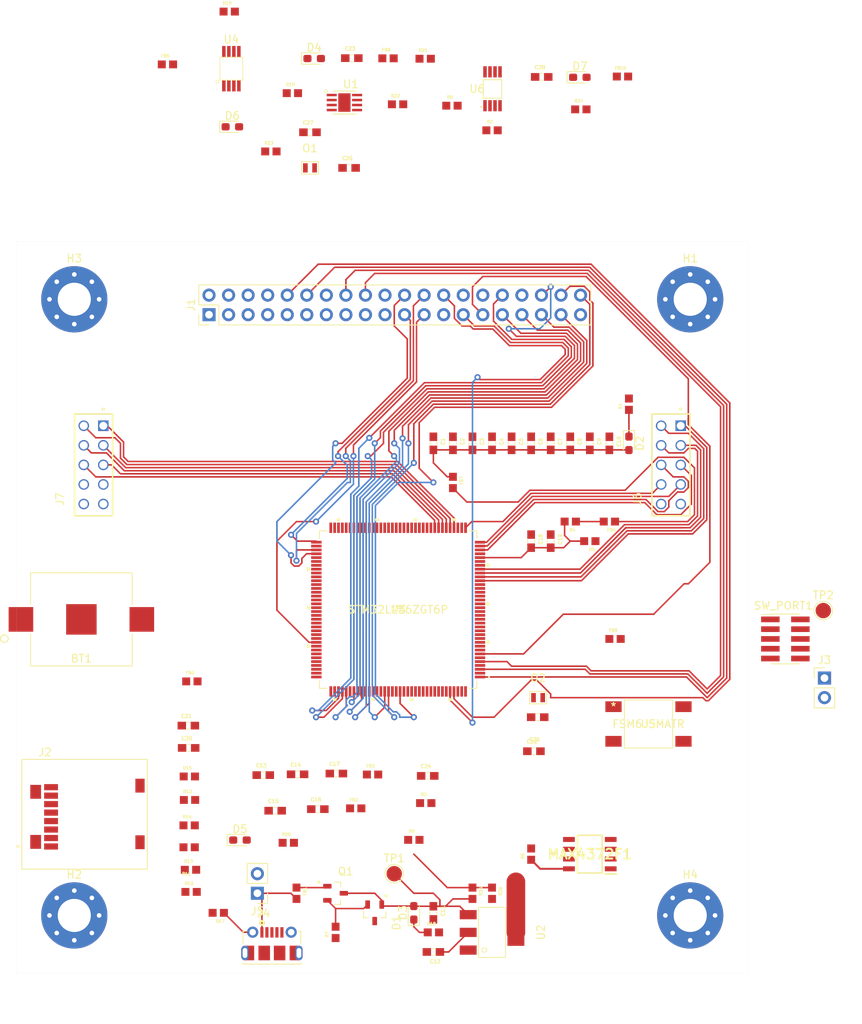
<source format=kicad_pcb>
(kicad_pcb (version 20211014) (generator pcbnew)
  (layers (0 "F.Cu" signal) (1 "In1.Cu" power) (2 "In2.Cu" power) (31 "B.Cu" signal) (34 "B.Paste" user) (35 "F.Paste" user) (36 "B.SilkS" user "B.Silkscreen") (37 "F.SilkS" user "F.Silkscreen") (38 "B.Mask" user) (39 "F.Mask" user) (44 "Edge.Cuts" user))
  (net 0 "")
  (net 1 "GND")
  (net 2 "+3.3VA")
  (net 3 "Net-(D2-Pad1)")
  (net 6 "BOOT0")
  (net 7 "BOOT1")
  (net 8 "SPI1_MISO")
  (net 9 "SPI1_MOSI")
  (net 10 "SWDIO")
  (net 11 "SWCLK")
  (net 12 "SWO")
  (net 15 "NRST")
  (net 16 "+5V")
  (net 17 "Net-(C12-Pad1)")
  (net 18 "VDDUSB")
  (net 19 "VDDIO2")
  (net 20 "Net-(C18-Pad2)")
  (net 21 "GNDA")
  (net 22 "Net-(D1-Pad2)")
  (net 23 "Net-(FB1-Pad1)")
  (net 24 "5V_Input")
  (net 25 "Net-(FB4-Pad2)")
  (net 26 "PM_Input")
  (net 86 "Net-(BT1-Pad1)")
  (net 87 "Net-(J2-Pad8)")
  (net 88 "Net-(J2-Pad7)")
  (net 89 "Net-(J2-Pad1)")
  (net 90 "Net-(C20-Pad1)")
  (net 91 "SPI2_CLK")
  (net 92 "SPI2_MOSI")
  (net 93 "SPI2_NSS")
  (net 97 "Net-(J4-PadS1)")
  (net 98 "SPI2_MISO")
  (net 99 "Net-(C1-Pad2)")
  (net 100 "Net-(C23-Pad2)")
  (net 101 "Net-(D3-Pad1)")
  (net 102 "Net-(D4-Pad1)")
  (net 103 "Net-(D5-Pad1)")
  (net 104 "Net-(D6-Pad2)")
  (net 105 "Net-(D6-Pad1)")
  (net 106 "Net-(R10-Pad2)")
  (net 107 "SPI1_SCK")
  (net 108 "SP1_NSS")
  (net 109 "Net-(C24-Pad1)")
  (net 110 "Net-(C25-Pad1)")
  (net 111 "Net-(C26-Pad1)")
  (net 112 "Net-(C27-Pad1)")
  (net 113 "Net-(FB9-Pad1)")
  (net 114 "ADC123_IN1")
  (net 115 "ADC123_IN2")
  (net 116 "ADC123_IN3")
  (net 117 "ADC123_IN4")
  (net 118 "ADC12_IN5")
  (net 119 "ADC12_IN6")
  (net 120 "ADC12_IN7")
  (net 121 "ADC12_IN8")
  (net 122 "ADC12_IN9")
  (net 123 "ADC12_IN10")
  (net 124 "ADC12_IN11")
  (net 125 "ADC12_IN12")
  (net 126 "ADC12_IN13")
  (net 127 "ADC12_IN14")
  (net 128 "ADC12_IN15")
  (net 129 "ADC12_IN16")
  (net 130 "ADC3_IN6")
  (net 131 "I2C1_SCL")
  (net 132 "I2C1_SDA")
  (net 133 "GPIO15")
  (net 134 "GPIO1")
  (net 135 "GPIO16")
  (net 136 "GPIO17")
  (net 137 "GPIO2")
  (net 138 "GPIO18")
  (net 139 "GPIO3")
  (net 140 "GPIO4")
  (net 141 "GPIO19")
  (net 142 "GPIO5")
  (net 143 "GPIO20")
  (net 144 "GPIO6")
  (net 145 "GPIO7")
  (net 146 "GPIO21")
  (net 147 "GPIO8")
  (net 148 "GPIO22")
  (net 149 "GPIO9")
  (net 150 "GPIO10")
  (net 151 "GPIO11")
  (net 152 "SPI3_MOSI")
  (net 153 "GPIO12")
  (net 154 "GPIO13")
  (net 155 "SPI3_MISO")
  (net 156 "GPIO14")
  (net 157 "SPI3_NSS")
  (net 158 "SPI3_SCK")
  (net 159 "Net-(C28-Pad1)")
  (net 160 "Net-(D7-Pad1)")
  (net 161 "ADC3_IN8")
  (net 162 "ADC3_IN7")
  (net 163 "GPIOEXTI1")
  (net 164 "SPI2_SCK")
  (footprint "MountingHole:MountingHole_4.3mm_M4_Pad_Via" (layer "F.Cu") (at 137.5 57.5)
    (fp_text reference "H1")
    (fp_text value "MountingHole_Pad")
  )
  (footprint "MountingHole:MountingHole_4.3mm_M4_Pad_Via" (layer "F.Cu") (at 57.5 137.5)
    (fp_text reference "H2")
    (fp_text value "MountingHole_Pad")
  )
  (footprint "MountingHole:MountingHole_4.3mm_M4_Pad_Via" (layer "F.Cu") (at 57.5 57.5)
    (fp_text reference "H3")
    (fp_text value "MountingHole_Pad")
  )
  (footprint "MountingHole:MountingHole_4.3mm_M4_Pad_Via" (layer "F.Cu") (at 137.5 137.5)
    (fp_text reference "H4")
    (fp_text value "MountingHole_Pad")
  )
  (footprint "STM32_Breakout:CM9V-T1A" (layer "F.Cu") (at 117.7448 109.22)
    (fp_text reference "O2")
    (fp_text value "CM9V-T1A")
  )
  (footprint "STM32_Breakout:36-3000-ND" (layer "F.Cu") (at 58.42 99.06)
    (fp_text reference "BT1")
    (fp_text value "Battery_Cell")
  )
  (footprint "CAPC1608X90" (layer "F.Cu") (at 104.14 76.2 -90)
    (fp_text reference "C1")
    (fp_text value "4.7u")
  )
  (footprint "CAPC1608X90" (layer "F.Cu") (at 106.68 76.2 -90)
    (fp_text reference "C2")
    (fp_text value "100n")
  )
  (footprint "CAPC1608X90" (layer "F.Cu") (at 109.22 76.2 -90)
    (fp_text reference "C3")
    (fp_text value "100n")
  )
  (footprint "CAPC1608X90" (layer "F.Cu") (at 111.76 76.2 -90)
    (fp_text reference "C4")
    (fp_text value "100n")
  )
  (footprint "CAPC1608X90" (layer "F.Cu") (at 114.3 76.2 -90)
    (fp_text reference "C5")
    (fp_text value "100n")
  )
  (footprint "CAPC1608X90" (layer "F.Cu") (at 116.84 76.2 -90)
    (fp_text reference "C6")
    (fp_text value "100n")
  )
  (footprint "CAPC1608X90" (layer "F.Cu") (at 119.38 76.2 -90)
    (fp_text reference "C7")
    (fp_text value "100n")
  )
  (footprint "CAPC1608X90" (layer "F.Cu") (at 121.92 76.2 -90)
    (fp_text reference "C8")
    (fp_text value "100n")
  )
  (footprint "CAPC1608X90" (layer "F.Cu") (at 124.46 76.2 -90)
    (fp_text reference "C9")
    (fp_text value "100n")
  )
  (footprint "CAPC1608X90" (layer "F.Cu") (at 127 76.2 -90)
    (fp_text reference "C10")
    (fp_text value "100n")
  )
  (footprint "STM32_Breakout:CAPC1608X90" (layer "F.Cu") (at 104.14 137.16 -90)
    (fp_text reference "C11")
    (fp_text value "10uF")
  )
  (footprint "STM32_Breakout:CAPC1608X90" (layer "F.Cu") (at 104.14 142.24 180)
    (fp_text reference "C12")
    (fp_text value "22uF")
  )
  (footprint "CAPC1608X90" (layer "F.Cu") (at 82.042 119.2784)
    (fp_text reference "C13")
    (fp_text value "4.7u")
  )
  (footprint "CAPC1608X90" (layer "F.Cu") (at 86.5006 119.1768)
    (fp_text reference "C14")
    (fp_text value "100n")
  )
  (footprint "CAPC1608X90" (layer "F.Cu") (at 83.5914 123.9012)
    (fp_text reference "C15")
    (fp_text value "4.7u")
  )
  (footprint "CAPC1608X90" (layer "F.Cu") (at 89.1286 123.698)
    (fp_text reference "C16")
    (fp_text value "100n")
  )
  (footprint "CAPC1608X90" (layer "F.Cu") (at 91.5416 119.0752)
    (fp_text reference "C17")
    (fp_text value "100n")
  )
  (footprint "CAPC1608X90" (layer "F.Cu") (at 116.84 88.9 -90)
    (fp_text reference "C18")
    (fp_text value "1u")
  )
  (footprint "CAPC1608X90" (layer "F.Cu") (at 119.38 88.9 -90)
    (fp_text reference "C19")
    (fp_text value "100n")
  )
  (footprint "STM32_Breakout:CAPC1608X90" (layer "F.Cu") (at 72.3528 115.7478)
    (fp_text reference "C20")
    (fp_text value "10uF")
  )
  (footprint "STM32_Breakout:CAPC1608X90" (layer "F.Cu") (at 72.3138 112.8522)
    (fp_text reference "C21")
    (fp_text value "0.1uF")
  )
  (footprint "CAPC1608X90" (layer "F.Cu") (at 117.1956 116.1796)
    (fp_text reference "C22")
    (fp_text value "100n")
  )
  (footprint "CAPC1608X90" (layer "F.Cu") (at 93.5482 26.1874)
    (fp_text reference "C23")
    (fp_text value "100n")
  )
  (footprint "STM32_Breakout:CAPC1608X90" (layer "F.Cu") (at 103.4034 119.38)
    (fp_text reference "C24")
    (fp_text value "4.74pF")
  )
  (footprint "STM32_Breakout:CAPC1608X90" (layer "F.Cu") (at 117.69 111.76)
    (fp_text reference "C25")
    (fp_text value "4.74pF")
  )
  (footprint "STM32_Breakout:CAPC1608X90" (layer "F.Cu") (at 93.1926 40.4368)
    (fp_text reference "C26")
    (fp_text value "18pF")
  )
  (footprint "STM32_Breakout:CAPC1608X90" (layer "F.Cu") (at 88.1126 35.814)
    (fp_text reference "C27")
    (fp_text value "18pF")
  )
  (footprint "STM32_Breakout:CAPC1608X90" (layer "F.Cu") (at 118.2116 28.6258)
    (fp_text reference "C28")
    (fp_text value "1uF")
  )
  (footprint "STM32_Breakout:SOT91P240X110-3N" (layer "F.Cu") (at 96.52 137.16 -90)
    (fp_text reference "D1")
    (fp_text value "10V")
  )
  (footprint "LED_SMD:LED_0603_1608Metric_Pad1.05x0.95mm_HandSolder" (layer "F.Cu") (at 129.54 76.2 -90)
    (fp_text reference "D2")
    (fp_text value "RED")
  )
  (footprint "LED_SMD:LED_0603_1608Metric_Pad1.05x0.95mm_HandSolder" (layer "F.Cu") (at 101.6 137.16 90)
    (fp_text reference "D3")
    (fp_text value "RED")
  )
  (footprint "LED_SMD:LED_0603_1608Metric_Pad1.05x0.95mm_HandSolder" (layer "F.Cu") (at 88.66 26.2382)
    (fp_text reference "D4")
    (fp_text value "RED")
  )
  (footprint "LED_SMD:LED_0603_1608Metric_Pad1.05x0.95mm_HandSolder" (layer "F.Cu") (at 79.0194 127.7112)
    (fp_text reference "D5")
    (fp_text value "RED")
  )
  (footprint "LED_SMD:LED_0603_1608Metric_Pad1.05x0.95mm_HandSolder" (layer "F.Cu") (at 78.0288 35.1028)
    (fp_text reference "D6")
    (fp_text value "RED")
  )
  (footprint "LED_SMD:LED_0603_1608Metric_Pad1.05x0.95mm_HandSolder" (layer "F.Cu") (at 123.1646 28.6766)
    (fp_text reference "D7")
    (fp_text value "RED")
  )
  (footprint "STM32_Breakout:INDUC1607X60N" (layer "F.Cu") (at 86.36 134.62 -90)
    (fp_text reference "FB1")
    (fp_text value "100R @ 100 MHz")
  )
  (footprint "STM32_Breakout:INDUC1607X60N" (layer "F.Cu") (at 94.0546 123.5964)
    (fp_text reference "FB2")
    (fp_text value "100R @ 100 MHz")
  )
  (footprint "STM32_Breakout:INDUC1607X60N" (layer "F.Cu") (at 96.2422 119.2022)
    (fp_text reference "FB3")
    (fp_text value "100R @ 100 MHz")
  )
  (footprint "STM32_Breakout:INDUC1607X60N" (layer "F.Cu") (at 127 86.36 180)
    (fp_text reference "FB4")
    (fp_text value "100R @ 100 MHz")
  )
  (footprint "STM32_Breakout:INDUC1607X60N" (layer "F.Cu") (at 69.5976 27.0002)
    (fp_text reference "FB5")
    (fp_text value "100R @ 100 MHz")
  )
  (footprint "STM32_Breakout:INDUC1607X60N" (layer "F.Cu") (at 72.771 107.1118)
    (fp_text reference "FB6")
    (fp_text value "100R @ 100 MHz")
  )
  (footprint "STM32_Breakout:INDUC1607X60N" (layer "F.Cu") (at 106.68 81.28 -90)
    (fp_text reference "FB7")
    (fp_text value "100R @ 100 MHz")
  )
  (footprint "STM32_Breakout:INDUC1607X60N" (layer "F.Cu") (at 98.2472 26.2128)
    (fp_text reference "FB8")
    (fp_text value "100R @ 100 MHz")
  )
  (footprint "STM32_Breakout:INDUC1607X60N" (layer "F.Cu") (at 127.735 101.6)
    (fp_text reference "FB9")
    (fp_text value "100R @ 100 MHz")
  )
  (footprint "STM32_Breakout:INDUC1607X60N" (layer "F.Cu") (at 128.7018 28.575)
    (fp_text reference "FB10")
    (fp_text value "100R @ 100 MHz")
  )
  (footprint "Connector_PinHeader_2.54mm:PinHeader_2x20_P2.54mm_Vertical" (layer "F.Cu") (at 75 59.5 90)
    (fp_text reference "J1")
    (fp_text value "Conn_02x20_Odd_Even")
  )
  (footprint "STM32_Breakout:JAE_ST1W008S4ER1500" (layer "F.Cu") (at 58.483 124.6974)
    (fp_text reference "J2")
    (fp_text value "ST1W008S4ER1500-MicroSDConnector")
  )
  (footprint "Connector_PinHeader_2.54mm:PinHeader_1x02_P2.54mm_Vertical" (layer "F.Cu") (at 154.94 106.68)
    (fp_text reference "J3")
    (fp_text value "1050171001")
  )
  (footprint "STM32_Breakout:MOLEX_105017-1001" (layer "F.Cu") (at 83.17 142.375)
    (fp_text reference "J4")
    (fp_text value "105017-1001")
  )
  (footprint "Connector_PinHeader_2.54mm:PinHeader_1x02_P2.54mm_Vertical" (layer "F.Cu") (at 81.28 134.62 180)
    (fp_text reference "J5")
    (fp_text value "1050171001")
  )
  (footprint "STM32_Breakout:SAMTEC_SSQ-105-03-T-D" (layer "F.Cu") (at 135 79 90)
    (fp_text reference "J6")
    (fp_text value "SSQ-105-03-T-D")
  )
  (footprint "STM32_Breakout:SAMTEC_SSQ-105-03-T-D" (layer "F.Cu") (at 60 79 90)
    (fp_text reference "J7")
    (fp_text value "SSQ-105-03-T-D")
  )
  (footprint "STM32_Breakout:SOIC127P600X175-8N" (layer "F.Cu") (at 124.46 129.54 180)
    (fp_text reference "MAX4372F1")
    (fp_text value "MAX4372FESA+" hide)
  )
  (footprint "STM32_Breakout:CM9V-T1A" (layer "F.Cu") (at 88.1126 40.4368)
    (fp_text reference "O1")
    (fp_text value "CM9V-T1A")
  )
  (footprint "STM32_Breakout:SOT91P240X110-3N" (layer "F.Cu") (at 91.44 134.62)
    (fp_text reference "Q1")
    (fp_text value "Q_PMOS_DGS")
  )
  (footprint "RESC1607X60N" (layer "F.Cu") (at 129.54 71.12 90)
    (fp_text reference "R1")
    (fp_text value "2k2")
  )
  (footprint "RESC1607X60N" (layer "F.Cu") (at 111.76 35.56)
    (fp_text reference "R2")
    (fp_text value "10k")
  )
  (footprint "RESC1607X60N" (layer "F.Cu") (at 103.1494 122.9106)
    (fp_text reference "R3")
    (fp_text value "10k +-1%")
  )
  (footprint "RESC1607X60N" (layer "F.Cu") (at 121.92 86.36 180)
    (fp_text reference "R4")
    (fp_text value "10k +-1%")
  )
  (footprint "RESC1607X60N" (layer "F.Cu") (at 124.46 88.9 180)
    (fp_text reference "R5")
    (fp_text value "32.5k +-1%")
  )
  (footprint "RESC1607X60N" (layer "F.Cu") (at 116.84 129.54 90)
    (fp_text reference "R6")
    (fp_text value "20m")
  )
  (footprint "STM32_Breakout:RESC1607X60N" (layer "F.Cu") (at 91.44 139.7 90)
    (fp_text reference "R7")
    (fp_text value "10k")
  )
  (footprint "RESC1607X60N" (layer "F.Cu") (at 106.553 32.3596)
    (fp_text reference "R8")
    (fp_text value "10k")
  )
  (footprint "RESC1607X60N" (layer "F.Cu") (at 101.6 127.6858)
    (fp_text reference "R9")
    (fp_text value "10k +-1%")
  )
  (footprint "RESC1607X60N" (layer "F.Cu") (at 77.6224 20.1422)
    (fp_text reference "R10")
    (fp_text value "10k")
  )
  (footprint "RESC1607X60N" (layer "F.Cu") (at 72.417 128.651)
    (fp_text reference "R11")
    (fp_text value "47k")
  )
  (footprint "RESC1607X60N" (layer "F.Cu") (at 72.4662 122.5042)
    (fp_text reference "R12")
    (fp_text value "47k")
  )
  (footprint "RESC1607X60N" (layer "F.Cu") (at 72.5932 131.572)
    (fp_text reference "R13")
    (fp_text value "47k")
  )
  (footprint "RESC1607X60N" (layer "F.Cu") (at 72.4154 125.8062)
    (fp_text reference "R14")
    (fp_text value "33")
  )
  (footprint "RESC1607X60N" (layer "F.Cu") (at 72.4408 119.4562)
    (fp_text reference "R15")
    (fp_text value "47k")
  )
  (footprint "RESC1607X60N" (layer "F.Cu") (at 72.6694 134.4422)
    (fp_text reference "R16")
    (fp_text value "47k")
  )
  (footprint "RESC1607X60N" (layer "F.Cu") (at 76.2 137.16 180)
    (fp_text reference "R17")
    (fp_text value "0R")
  )
  (footprint "RESC1607X60N" (layer "F.Cu") (at 104.14 139.7)
    (fp_text reference "R18")
    (fp_text value "2k2")
  )
  (footprint "RESC1607X60N" (layer "F.Cu") (at 85.8266 30.734)
    (fp_text reference "R19")
    (fp_text value "2k2")
  )
  (footprint "RESC1607X60N" (layer "F.Cu") (at 85.2932 128.0668)
    (fp_text reference "R20")
    (fp_text value "2k2")
  )
  (footprint "RESC1607X60N" (layer "F.Cu") (at 103.0748 26.2636)
    (fp_text reference "R21")
    (fp_text value "10k")
  )
  (footprint "RESC1607X60N" (layer "F.Cu") (at 99.4918 32.1818)
    (fp_text reference "R22")
    (fp_text value "10k")
  )
  (footprint "RESC1607X60N" (layer "F.Cu") (at 83.0326 38.3032)
    (fp_text reference "R23")
    (fp_text value "2k2")
  )
  (footprint "RESC1607X60N" (layer "F.Cu") (at 123.2932 32.8422)
    (fp_text reference "R24")
    (fp_text value "2k2")
  )
  (footprint "RESC1607X60N" (layer "F.Cu") (at 109.22 134.62 -90)
    (fp_text reference "R25")
    (fp_text value "20k")
  )
  (footprint "STM32_Breakout:RESC1607X60N" (layer "F.Cu") (at 111.76 134.62 -90)
    (fp_text reference "R26")
    (fp_text value "10k")
  )
  (footprint "Connector_PinHeader_1.27mm:PinHeader_2x05_P1.27mm_Vertical_SMD" (layer "F.Cu") (at 149.86 101.6)
    (fp_text reference "SW_PORT1")
    (fp_text value "Conn_02x05_Odd_Even")
  )
  (footprint "TestPoint:TestPoint_Pad_D2.0mm" (layer "F.Cu") (at 99.06 132.08)
    (fp_text reference "TP1")
    (fp_text value "TestPoint")
  )
  (footprint "TestPoint:TestPoint_Pad_D2.0mm" (layer "F.Cu") (at 154.7876 97.917)
    (fp_text reference "TP2")
    (fp_text value "TestPoint")
  )
  (footprint "STM32_Breakout:SON65P300X300X95-8N" (layer "F.Cu") (at 92.583 31.9532)
    (fp_text reference "U1")
    (fp_text value "MR25H10MDF")
  )
  (footprint "STM32_Breakout:BU33SA5WGWZ-E2" (layer "F.Cu") (at 111.76 139.7 -90)
    (fp_text reference "U2")
    (fp_text value "BU33SA5WGWZ-E2-qsat-symb")
  )
  (footprint "LQFP144-20x20mm" (layer "F.Cu") (at 99.568 97.79 180)
    (fp_text reference "U3")
    (fp_text value "STM32L4A6ZGT6P")
  )
  (footprint "STM32_Breakout:MCP7940NT-I-MS" (layer "F.Cu") (at 77.9018 27.559)
    (fp_text reference "U4")
    (fp_text value "MCP7940NT-I_MS")
  )
  (footprint "STM32_Breakout:FSM6JSMATR" (layer "F.Cu") (at 127.5334 110.39455)
    (fp_text reference "U5")
    (fp_text value "FSM6JSMATR")
  )
  (footprint "STM32_Breakout:MCP9808" (layer "F.Cu") (at 111.8206 30.1904)
    (fp_text reference "U6")
    (fp_text value "MCP9808")
  )
  (gr_line (start 50 50) (end 50 145) (layer "Edge.Cuts") (width 0.01))
  (gr_line (start 50 50) (end 145 50) (layer "Edge.Cuts") (width 0.01))
  (gr_line (start 145 145) (end 145 50) (layer "Edge.Cuts") (width 0.01))
  (gr_line (start 50 145) (end 145 145) (layer "Edge.Cuts") (width 0.01))
  (segment (start 129.54 75.325) (end 129.54 71.855) (width 0.2) (layer "F.Cu") (net 3))
  (segment (start 97.435 136.09) (end 97.63 136.285) (width 0.2) (layer "F.Cu") (net 16))
  (segment (start 104.14 136.31) (end 104.99 136.31) (width 0.2) (layer "F.Cu") (net 16))
  (segment (start 101.6 134.62) (end 104.14 134.62) (width 0.2) (layer "F.Cu") (net 16))
  (segment (start 97.63 136.285) (end 101.6 136.285) (width 0.2) (layer "F.Cu") (net 16))
  (segment (start 97.435 135.535) (end 97.435 136.09) (width 0.2) (layer "F.Cu") (net 16))
  (segment (start 99.06 132.08) (end 101.6 134.62) (width 0.2) (layer "F.Cu") (net 16))
  (segment (start 106.68 135.355) (end 109.22 135.355) (width 0.2) (layer "F.Cu") (net 16))
  (segment (start 104.14 134.62) (end 104.99 135.47) (width 0.2) (layer "F.Cu") (net 16))
  (segment (start 101.625 136.31) (end 104.14 136.31) (width 0.2) (layer "F.Cu") (net 16))
  (segment (start 104.14 136.31) (end 107.57 136.31) (width 0.2) (layer "F.Cu") (net 16))
  (segment (start 104.99 135.47) (end 104.99 136.31) (width 0.2) (layer "F.Cu") (net 16))
  (segment (start 101.6 136.285) (end 101.625 136.31) (width 0.2) (layer "F.Cu") (net 16))
  (segment (start 92.51 134.62) (end 96.52 134.62) (width 0.2) (layer "F.Cu") (net 16))
  (segment (start 105.725 136.31) (end 106.68 135.355) (width 0.2) (layer "F.Cu") (net 16))
  (segment (start 96.52 134.62) (end 97.435 135.535) (width 0.2) (layer "F.Cu") (net 16))
  (segment (start 107.57 136.31) (end 108.66 137.4) (width 0.2) (layer "F.Cu") (net 16))
  (segment (start 104.99 136.31) (end 105.725 136.31) (width 0.2) (layer "F.Cu") (net 16))
  (segment (start 106.12 142.24) (end 104.99 142.24) (width 0.2) (layer "F.Cu") (net 17))
  (segment (start 108.66 139.7) (end 106.12 142.24) (width 0.2) (layer "F.Cu") (net 17))
  (segment (start 121.92 88.9) (end 123.725 88.9) (width 0.2) (layer "F.Cu") (net 20))
  (segment (start 121.07 89.75) (end 121.92 88.9) (width 0.2) (layer "F.Cu") (net 20))
  (segment (start 116.84 89.75) (end 119.38 89.75) (width 0.2) (layer "F.Cu") (net 20))
  (segment (start 121.185 86.36) (end 121.185 88.165) (width 0.2) (layer "F.Cu") (net 20))
  (segment (start 119.38 89.75) (end 121.07 89.75) (width 0.2) (layer "F.Cu") (net 20))
  (segment (start 115.549999 91.040001) (end 116.84 89.75) (width 0.2) (layer "F.Cu") (net 20))
  (segment (start 115.549999 91.040001) (end 110.193 91.040001) (width 0.2) (layer "F.Cu") (net 20))
  (segment (start 121.185 88.165) (end 121.92 88.9) (width 0.2) (layer "F.Cu") (net 20))
  (segment (start 95.09 136.605) (end 95.605 136.09) (width 0.2) (layer "F.Cu") (net 22))
  (segment (start 90.37 135.535) (end 91.44 136.605) (width 0.2) (layer "F.Cu") (net 22))
  (segment (start 91.44 136.605) (end 91.44 138.965) (width 0.2) (layer "F.Cu") (net 22))
  (segment (start 91.44 136.605) (end 95.09 136.605) (width 0.2) (layer "F.Cu") (net 22))
  (segment (start 86.36 133.885) (end 90.19 133.885) (width 0.2) (layer "F.Cu") (net 23))
  (segment (start 90.19 133.885) (end 90.37 133.705) (width 0.2) (layer "F.Cu") (net 23))
  (segment (start 81.28 134.62) (end 81.87 135.21) (width 0.2) (layer "F.Cu") (net 24))
  (segment (start 81.28 134.62) (end 85.625 134.62) (width 0.2) (layer "F.Cu") (net 24))
  (segment (start 85.625 134.62) (end 86.36 135.355) (width 0.2) (layer "F.Cu") (net 24))
  (segment (start 81.87 135.21) (end 81.87 139.7) (width 0.2) (layer "F.Cu") (net 24))
  (segment (start 126.265 86.36) (end 122.655 86.36) (width 0.2) (layer "F.Cu") (net 25))
  (segment (start 116.84 130.275) (end 118.01 131.445) (width 0.25) (layer "F.Cu") (net 26))
  (segment (start 114.86 139.7) (end 114.86 133.135978) (width 2.42) (layer "F.Cu") (net 26))
  (segment (start 118.01 131.445) (end 121.748 131.445) (width 0.25) (layer "F.Cu") (net 26))
  (segment (start 99.06 60.96) (end 100.750471 62.650471) (width 0.2) (layer "F.Cu") (net 92))
  (segment (start 100.4 56.96) (end 99.06 58.3) (width 0.2) (layer "F.Cu") (net 92))
  (segment (start 86.649748 92.139511) (end 87.059511 91.729748) (width 0.2) (layer "F.Cu") (net 92))
  (segment (start 86.070252 92.139511) (end 86.649748 92.139511) (width 0.2) (layer "F.Cu") (net 92))
  (segment (start 92.284982 76.2) (end 91.44 76.2) (width 0.2) (layer "F.Cu") (net 92))
  (segment (start 100.750471 63.5) (end 100.750471 67.734511) (width 0.2) (layer "F.Cu") (net 92))
  (segment (start 85.653245 90.733245) (end 85.653245 91.722504) (width 0.2) (layer "F.Cu") (net 92))
  (segment (start 87.059511 91.729748) (end 87.059511 91.150252) (width 0.2) (layer "F.Cu") (net 92))
  (segment (start 87.059511 91.150252) (end 87.669764 90.539999) (width 0.2) (layer "F.Cu") (net 92))
  (segment (start 99.06 58.3) (end 99.06 60.96) (width 0.2) (layer "F.Cu") (net 92))
  (segment (start 85.653245 91.722504) (end 86.070252 92.139511) (width 0.2) (layer "F.Cu") (net 92))
  (segment (start 100.750471 67.734511) (end 92.284982 76.2) (width 0.2) (layer "F.Cu") (net 92))
  (segment (start 87.669764 90.539999) (end 88.943 90.539999) (width 0.2) (layer "F.Cu") (net 92))
  (segment (start 100.750471 62.650471) (end 100.750471 63.5) (width 0.2) (layer "F.Cu") (net 92))
  (via (at 91.44 76.2) (size 0.8) (drill 0.4) (layers "F.Cu" "B.Cu") (net 92))
  (via (at 85.653245 90.733245) (size 0.8) (drill 0.4) (layers "F.Cu" "B.Cu") (net 92))
  (segment (start 91.060381 76.579619) (end 91.060381 78.360381) (width 0.2) (layer "B.Cu") (net 92))
  (segment (start 83.82 86.36) (end 83.82 88.9) (width 0.2) (layer "B.Cu") (net 92))
  (segment (start 91.060381 78.360381) (end 91.44 78.74) (width 0.2) (layer "B.Cu") (net 92))
  (segment (start 91.44 78.74) (end 83.82 86.36) (width 0.2) (layer "B.Cu") (net 92))
  (segment (start 91.44 76.2) (end 91.060381 76.579619) (width 0.2) (layer "B.Cu") (net 92))
  (segment (start 83.82 88.9) (end 85.653245 90.733245) (width 0.2) (layer "B.Cu") (net 92))
  (segment (start 109.22 112.4595) (end 106.317999 109.557499) (width 0.2) (layer "F.Cu") (net 93))
  (segment (start 120.77458 63.509622) (end 121.26384 63.998882) (width 0.2) (layer "F.Cu") (net 93))
  (segment (start 105.48 56.96) (end 106.870489 58.350489) (width 0.2) (layer "F.Cu") (net 93))
  (segment (start 106.870489 58.350489) (end 106.870489 59.976144) (width 0.2) (layer "F.Cu") (net 93))
  (segment (start 110.176137 67.923841) (end 109.876158 67.623862) (width 0.2) (layer "F.Cu") (net 93))
  (segment (start 114.001107 63.509622) (end 120.77458 63.509622) (width 0.2) (layer "F.Cu") (net 93))
  (segment (start 118.005622 67.923841) (end 110.176137 67.923841) (width 0.2) (layer "F.Cu") (net 93))
  (segment (start 106.870489 59.976144) (end 107.854345 60.96) (width 0.2) (layer "F.Cu") (net 93))
  (segment (start 106.317999 109.557499) (end 106.317999 108.415) (width 0.2) (layer "F.Cu") (net 93))
  (segment (start 111.851005 61.35952) (end 114.001107 63.509622) (width 0.2) (layer "F.Cu") (net 93))
  (segment (start 109.314513 61.359519) (end 111.851005 61.35952) (width 0.2) (layer "F.Cu") (net 93))
  (segment (start 107.854345 60.96) (end 108.914994 60.96) (width 0.2) (layer "F.Cu") (net 93))
  (segment (start 121.26384 63.998882) (end 121.26384 64.665623) (width 0.2) (layer "F.Cu") (net 93))
  (segment (start 121.26384 64.665623) (end 118.005622 67.923841) (width 0.2) (layer "F.Cu") (net 93))
  (segment (start 108.914994 60.96) (end 109.314513 61.359519) (width 0.2) (layer "F.Cu") (net 93))
  (via (at 109.876158 67.623862) (size 0.8) (drill 0.4) (layers "F.Cu" "B.Cu") (net 93))
  (via (at 109.22 112.4595) (size 0.8) (drill 0.4) (layers "F.Cu" "B.Cu") (net 93))
  (segment (start 109.876158 67.623862) (end 109.22 68.28002) (width 0.2) (layer "B.Cu") (net 93))
  (segment (start 109.22 68.28002) (end 109.22 83.82) (width 0.2) (layer "B.Cu") (net 93))
  (segment (start 109.22 83.82) (end 109.22 112.4595) (width 0.2) (layer "B.Cu") (net 93))
  (segment (start 79.45 139.675) (end 76.935 137.16) (width 0.2) (layer "F.Cu") (net 97))
  (segment (start 80.67 139.675) (end 79.45 139.675) (width 0.2) (layer "F.Cu") (net 97))
  (segment (start 80.63 139.635) (end 80.67 139.675) (width 0.2) (layer "F.Cu") (net 97))
  (segment (start 101.549511 58.350489) (end 101.549511 68.065483) (width 0.2) (layer "F.Cu") (net 98))
  (segment (start 102.94 56.96) (end 101.549511 58.350489) (width 0.2) (layer "F.Cu") (net 98))
  (segment (start 92.759395 76.855599) (end 92.759395 77.858394) (width 0.2) (layer "F.Cu") (net 98))
  (segment (start 101.549511 68.065483) (end 99.650504 69.96449) (width 0.2) (layer "F.Cu") (net 98))
  (segment (start 86.493078 90.04) (end 88.943 90.04) (width 0.2) (layer "F.Cu") (net 98))
  (segment (start 86.36 90.173078) (end 86.493078 90.04) (width 0.2) (layer "F.Cu") (net 98))
  (segment (start 86.36 91.44) (end 86.36 90.173078) (width 0.2) (layer "F.Cu") (net 98))
  (segment (start 99.650504 69.96449) (end 92.759395 76.855599) (width 0.2) (layer "F.Cu") (net 98))
  (via (at 86.36 91.44) (size 0.8) (drill 0.4) (layers "F.Cu" "B.Cu") (net 98))
  (via (at 92.759395 77.858394) (size 0.8) (drill 0.4) (layers "F.Cu" "B.Cu") (net 98))
  (segment (start 92.990741 81.28) (end 86.36 87.910741) (width 0.2) (layer "B.Cu") (net 98))
  (segment (start 93.359378 78.458377) (end 93.359378 81.28) (width 0.2) (layer "B.Cu") (net 98))
  (segment (start 92.759395 77.858394) (end 93.359378 78.458377) (width 0.2) (layer "B.Cu") (net 98))
  (segment (start 93.359378 81.28) (end 92.990741 81.28) (width 0.2) (layer "B.Cu") (net 98))
  (segment (start 86.36 87.910741) (end 86.36 91.44) (width 0.2) (layer "B.Cu") (net 98))
  (segment (start 121.92 77.05) (end 124.46 77.05) (width 0.2) (layer "F.Cu") (net 99))
  (segment (start 106.68 77.05) (end 109.22 77.05) (width 0.2) (layer "F.Cu") (net 99))
  (segment (start 119.38 77.05) (end 121.92 77.05) (width 0.2) (layer "F.Cu") (net 99))
  (segment (start 116.84 77.05) (end 119.38 77.05) (width 0.2) (layer "F.Cu") (net 99))
  (segment (start 114.3 77.05) (end 116.84 77.05) (width 0.2) (layer "F.Cu") (net 99))
  (segment (start 106.68 80.545) (end 105.945 80.545) (width 0.2) (layer "F.Cu") (net 99))
  (segment (start 129.515 77.05) (end 129.54 77.075) (width 0.2) (layer "F.Cu") (net 99))
  (segment (start 111.76 77.05) (end 114.3 77.05) (width 0.2) (layer "F.Cu") (net 99))
  (segment (start 127 77.05) (end 129.515 77.05) (width 0.2) (layer "F.Cu") (net 99))
  (segment (start 104.14 77.05) (end 106.68 77.05) (width 0.2) (layer "F.Cu") (net 99))
  (segment (start 109.22 77.05) (end 111.76 77.05) (width 0.2) (layer "F.Cu") (net 99))
  (segment (start 104.14 78.74) (end 104.14 77.05) (width 0.2) (layer "F.Cu") (net 99))
  (segment (start 105.945 80.545) (end 104.14 78.74) (width 0.2) (layer "F.Cu") (net 99))
  (segment (start 124.46 77.05) (end 127 77.05) (width 0.2) (layer "F.Cu") (net 99))
  (segment (start 101.6 138.965) (end 102.335 139.7) (width 0.2) (layer "F.Cu") (net 101))
  (segment (start 102.335 139.7) (end 103.405 139.7) (width 0.2) (layer "F.Cu") (net 101))
  (segment (start 101.6 138.035) (end 101.6 138.965) (width 0.2) (layer "F.Cu") (net 101))
  (segment (start 123.37904 94.04) (end 129.460962 87.958078) (width 0.2) (layer "F.Cu") (net 114))
  (segment (start 129.460962 87.958078) (end 137.821947 87.958077) (width 0.2) (layer "F.Cu") (net 114))
  (segment (start 139.651629 76.730651) (end 136.840978 73.92) (width 0.2) (layer "F.Cu") (net 114))
  (segment (start 139.651629 86.128395) (end 139.651629 76.730651) (width 0.2) (layer "F.Cu") (net 114))
  (segment (start 137.821947 87.958077) (end 139.651629 86.128395) (width 0.2) (layer "F.Cu") (net 114))
  (segment (start 110.193 94.04) (end 123.37904 94.04) (width 0.2) (layer "F.Cu") (net 114))
  (segment (start 136.840978 73.92) (end 136.27 73.92) (width 0.2) (layer "F.Cu") (net 114))
  (segment (start 110.193 93.540001) (end 123.314033 93.540001) (width 0.2) (layer "F.Cu") (net 115))
  (segment (start 123.314033 93.540001) (end 129.295476 87.558558) (width 0.2) (layer "F.Cu") (net 115))
  (segment (start 137.260483 74.904511) (end 134.714511 74.904511) (width 0.2) (layer "F.Cu") (net 115))
  (segment (start 139.252109 85.962909) (end 139.252108 85.631936) (width 0.2) (layer "F.Cu") (net 115))
  (segment (start 137.65646 87.558558) (end 139.252109 85.962909) (width 0.2) (layer "F.Cu") (net 115))
  (segment (start 134.714511 74.904511) (end 133.73 73.92) (width 0.2) (layer "F.Cu") (net 115))
  (segment (start 139.25211 76.896138) (end 137.260483 74.904511) (width 0.2) (layer "F.Cu") (net 115))
  (segment (start 139.252108 85.631936) (end 139.25211 76.896138) (width 0.2) (layer "F.Cu") (net 115))
  (segment (start 129.295476 87.558558) (end 137.65646 87.558558) (width 0.2) (layer "F.Cu") (net 115))
  (segment (start 136.360961 87.159039) (end 137.490973 87.159039) (width 0.2) (layer "F.Cu") (net 116))
  (segment (start 110.193 93.039999) (end 123.249029 93.039999) (width 0.2) (layer "F.Cu") (net 116))
  (segment (start 123.249029 93.039999) (end 129.129988 87.15904) (width 0.2) (layer "F.Cu") (net 116))
  (segment (start 138.852589 77.061623) (end 138.250966 76.46) (width 0.2) (layer "F.Cu") (net 116))
  (segment (start 138.250966 76.46) (end 136.27 76.46) (width 0.2) (layer "F.Cu") (net 116))
  (segment (start 137.490973 87.159039) (end 138.852589 85.797423) (width 0.2) (layer "F.Cu") (net 116))
  (segment (start 138.852589 85.797423) (end 138.852589 77.061623) (width 0.2) (layer "F.Cu") (net 116))
  (segment (start 136.360961 87.159039) (end 129.129989 87.159039) (width 0.2) (layer "F.Cu") (net 116))
  (segment (start 129.129989 87.159039) (end 125.924514 90.364514) (width 0.2) (layer "F.Cu") (net 116))
  (segment (start 129.129988 87.15904) (end 136.360961 87.159039) (width 0.2) (layer "F.Cu") (net 116))
  (segment (start 138.08548 76.85952) (end 137.254511 76.85952) (width 0.2) (layer "F.Cu") (net 117))
  (segment (start 136.677799 77.444511) (end 134.714511 77.444511) (width 0.2) (layer "F.Cu") (net 117))
  (segment (start 137.254511 76.867799) (end 136.677799 77.444511) (width 0.2) (layer "F.Cu") (net 117))
  (segment (start 138.45307 77.22711) (end 138.08548 76.85952) (width 0.2) (layer "F.Cu") (net 117))
  (segment (start 134.714511 77.444511) (end 133.73 76.46) (width 0.2) (layer "F.Cu") (net 117))
  (segment (start 138.45307 85.631936) (end 138.45307 77.22711) (width 0.2) (layer "F.Cu") (net 117))
  (segment (start 123.184022 92.54) (end 128.964502 86.75952) (width 0.2) (layer "F.Cu") (net 117))
  (segment (start 110.193 92.54) (end 123.184022 92.54) (width 0.2) (layer "F.Cu") (net 117))
  (segment (start 128.964502 86.75952) (end 137.325486 86.75952) (width 0.2) (layer "F.Cu") (net 117))
  (segment (start 137.254511 76.85952) (end 137.254511 76.867799) (width 0.2) (layer "F.Cu") (net 117))
  (segment (start 137.325486 86.75952) (end 138.45307 85.631936) (width 0.2) (layer "F.Cu") (net 117))
  (segment (start 137.654031 84.088279) (end 136.27828 85.46403) (width 0.2) (layer "F.Cu") (net 118))
  (segment (start 131.587213 83.894529) (end 117.330477 83.894529) (width 0.2) (layer "F.Cu") (net 118))
  (segment (start 136.27828 85.46403) (end 133.156714 85.46403) (width 0.2) (layer "F.Cu") (net 118))
  (segment (start 111.185006 90.04) (end 110.193 90.04) (width 0.2) (layer "F.Cu") (net 118))
  (segment (start 133.156714 85.46403) (end 131.587213 83.894529) (width 0.2) (layer "F.Cu") (net 118))
  (segment (start 136.27 79) (end 137.654031 80.384031) (width 0.2) (layer "F.Cu") (net 118))
  (segment (start 117.330477 83.894529) (end 111.185006 90.04) (width 0.2) (layer "F.Cu") (net 118))
  (segment (start 137.654031 80.384031) (end 137.654031 84.088279) (width 0.2) (layer "F.Cu") (net 118))
  (segment (start 134.714511 84.487799) (end 134.714511 83.660495) (width 0.2) (layer "F.Cu") (net 119))
  (segment (start 135.850495 82.524511) (end 136.677799 82.524511) (width 0.2) (layer "F.Cu") (net 119))
  (segment (start 111.142689 89.517311) (end 117.164991 83.495009) (width 0.2) (layer "F.Cu") (net 119))
  (segment (start 136.677799 82.524511) (end 137.254511 81.947799) (width 0.2) (layer "F.Cu") (net 119))
  (segment (start 137.254511 81.947799) (end 137.254511 81.132201) (width 0.2) (layer "F.Cu") (net 119))
  (segment (start 134.714511 83.660495) (end 135.850495 82.524511) (width 0.2) (layer "F.Cu") (net 119))
  (segment (start 137.254511 81.132201) (end 136.677799 80.555489) (width 0.2) (layer "F.Cu") (net 119))
  (segment (start 110.17031 89.517311) (end 111.142689 89.517311) (width 0.2) (layer "F.Cu") (net 119))
  (segment (start 110.193 89.540001) (end 110.17031 89.517311) (width 0.2) (layer "F.Cu") (net 119))
  (segment (start 117.164991 83.495009) (end 131.752699 83.495009) (width 0.2) (layer "F.Cu") (net 119))
  (segment (start 131.752699 83.495009) (end 133.322201 85.064511) (width 0.2) (layer "F.Cu") (net 119))
  (segment (start 135.285489 80.555489) (end 133.73 79) (width 0.2) (layer "F.Cu") (net 119))
  (segment (start 134.137799 85.064511) (end 134.714511 84.487799) (width 0.2) (layer "F.Cu") (net 119))
  (segment (start 133.322201 85.064511) (end 134.137799 85.064511) (width 0.2) (layer "F.Cu") (net 119))
  (segment (start 136.677799 80.555489) (end 135.285489 80.555489) (width 0.2) (layer "F.Cu") (net 119))
  (segment (start 111.054994 89.04) (end 110.193 89.04) (width 0.2) (layer "F.Cu") (net 120))
  (segment (start 136.27 81.54) (end 134.714511 83.095489) (width 0.2) (layer "F.Cu") (net 120))
  (segment (start 134.714511 83.095489) (end 116.999505 83.095489) (width 0.2) (layer "F.Cu") (net 120))
  (segment (start 116.999505 83.095489) (end 111.054994 89.04) (width 0.2) (layer "F.Cu") (net 120))
  (segment (start 109.123 86.36) (end 108.318 87.165) (width 0.2) (layer "F.Cu") (net 121))
  (segment (start 132.574031 82.695969) (end 116.834018 82.69597) (width 0.2) (layer "F.Cu") (net 121))
  (segment (start 113.169988 86.36) (end 109.123 86.36) (width 0.2) (layer "F.Cu") (net 121))
  (segment (start 116.834018 82.69597) (end 113.169988 86.36) (width 0.2) (layer "F.Cu") (net 121))
  (segment (start 133.73 81.54) (end 132.574031 82.695969) (width 0.2) (layer "F.Cu") (net 121))
  (segment (start 99.485845 78.557894) (end 106.818001 85.89005) (width 0.2) (layer "F.Cu") (net 122))
  (segment (start 106.818001 85.89005) (end 106.818001 87.165) (width 0.2) (layer "F.Cu") (net 122))
  (segment (start 61.785006 73.92) (end 63.89952 76.034514) (width 0.2) (layer "F.Cu") (net 122))
  (segment (start 61.27 73.92) (end 61.785006 73.92) (width 0.2) (layer "F.Cu") (net 122))
  (segment (start 64.497904 78.557892) (end 68.58 78.557892) (width 0.2) (layer "F.Cu") (net 122))
  (segment (start 68.58 78.557892) (end 99.485845 78.557894) (width 0.2) (layer "F.Cu") (net 122))
  (segment (start 63.89952 76.034514) (end 63.89952 77.959508) (width 0.2) (layer "F.Cu") (net 122))
  (segment (start 63.89952 77.959508) (end 64.497904 78.557892) (width 0.2) (layer "F.Cu") (net 122))
  (segment (start 62.775489 75.475489) (end 63.5 76.2) (width 0.2) (layer "F.Cu") (net 123))
  (segment (start 64.332418 78.957412) (end 99.320358 78.957413) (width 0.2) (layer "F.Cu") (net 123))
  (segment (start 63.5 78.124994) (end 64.332418 78.957412) (width 0.2) (layer "F.Cu") (net 123))
  (segment (start 106.317999 85.955054) (end 106.317999 87.165) (width 0.2) (layer "F.Cu") (net 123))
  (segment (start 99.320358 78.957413) (end 106.317999 85.955054) (width 0.2) (layer "F.Cu") (net 123))
  (segment (start 63.5 76.2) (end 63.5 78.124994) (width 0.2) (layer "F.Cu") (net 123))
  (segment (start 60.285489 75.475489) (end 62.775489 75.475489) (width 0.2) (layer "F.Cu") (net 123))
  (segment (start 58.73 73.92) (end 60.285489 75.475489) (width 0.2) (layer "F.Cu") (net 123))
  (segment (start 99.154871 79.356932) (end 105.818 86.020061) (width 0.2) (layer "F.Cu") (net 124))
  (segment (start 61.27 76.46) (end 64.16693 79.35693) (width 0.2) (layer "F.Cu") (net 124))
  (segment (start 76.2 79.35693) (end 99.154871 79.356932) (width 0.2) (layer "F.Cu") (net 124))
  (segment (start 105.818 86.020061) (end 105.818 87.165) (width 0.2) (layer "F.Cu") (net 124))
  (segment (start 64.16693 79.35693) (end 76.2 79.35693) (width 0.2) (layer "F.Cu") (net 124))
  (segment (start 61.27 76.2) (end 61.27 76.46) (width 0.2) (layer "F.Cu") (net 124))
  (segment (start 105.318001 86.085068) (end 105.318001 87.165) (width 0.2) (layer "F.Cu") (net 125))
  (segment (start 63.989738 79.75645) (end 98.989384 79.756451) (width 0.2) (layer "F.Cu") (net 125))
  (segment (start 58.73 76.46) (end 59.714511 77.444511) (width 0.2) (layer "F.Cu") (net 125))
  (segment (start 98.989384 79.756451) (end 105.318001 86.085068) (width 0.2) (layer "F.Cu") (net 125))
  (segment (start 61.677799 77.444511) (end 63.989738 79.75645) (width 0.2) (layer "F.Cu") (net 125))
  (segment (start 59.714511 77.444511) (end 61.677799 77.444511) (width 0.2) (layer "F.Cu") (net 125))
  (segment (start 104.818 86.150073) (end 104.818 87.165) (width 0.2) (layer "F.Cu") (net 126))
  (segment (start 98.823897 80.15597) (end 104.818 86.150073) (width 0.2) (layer "F.Cu") (net 126))
  (segment (start 62.344031 79) (end 63.5 80.155969) (width 0.2) (layer "F.Cu") (net 126))
  (segment (start 61.27 79) (end 62.344031 79) (width 0.2) (layer "F.Cu") (net 126))
  (segment (start 63.5 80.155969) (end 98.823897 80.15597) (width 0.2) (layer "F.Cu") (net 126))
  (segment (start 58.73 79) (end 60.285489 80.555489) (width 0.2) (layer "F.Cu") (net 127))
  (segment (start 98.65841 80.555489) (end 104.29531 86.192389) (width 0.2) (layer "F.Cu") (net 127))
  (segment (start 104.29531 86.192389) (end 104.29531 87.142309) (width 0.2) (layer "F.Cu") (net 127))
  (segment (start 104.29531 87.142309) (end 104.318001 87.165) (width 0.2) (layer "F.Cu") (net 127))
  (segment (start 60.285489 80.555489) (end 98.65841 80.555489) (width 0.2) (layer "F.Cu") (net 127))
  (segment (start 109.213078 111.76) (end 112.01952 111.76) (width 0.2) (layer "F.Cu") (net 136))
  (segment (start 142.639519 70.954513) (end 124.625487 52.940481) (width 0.2) (layer "F.Cu") (net 136))
  (segment (start 112.01952 111.76) (end 116.84 106.93952) (width 0.2) (layer "F.Cu") (net 136))
  (segment (start 119.38 109.22) (end 139.134994 109.22) (width 0.2) (layer "F.Cu") (net 136))
  (segment (start 89.179519 52.940481) (end 85.16 56.96) (width 0.2) (layer "F.Cu") (net 136))
  (segment (start 124.625487 52.940481) (end 89.179519 52.940481) (width 0.2) (layer "F.Cu") (net 136))
  (segment (start 106.818001 109.364923) (end 109.213078 111.76) (width 0.2) (layer "F.Cu") (net 136))
  (segment (start 139.865487 109.619519) (end 142.639519 106.845487) (width 0.2) (layer "F.Cu") (net 136))
  (segment (start 142.639519 106.845487) (end 142.639519 70.954513) (width 0.2) (layer "F.Cu") (net 136))
  (segment (start 117.563342 106.93952) (end 119.38 108.756178) (width 0.2) (layer "F.Cu") (net 136))
  (segment (start 139.534513 109.619519) (end 139.865487 109.619519) (width 0.2) (layer "F.Cu") (net 136))
  (segment (start 116.84 106.93952) (end 117.563342 106.93952) (width 0.2) (layer "F.Cu") (net 136))
  (segment (start 119.38 108.756178) (end 119.38 109.22) (width 0.2) (layer "F.Cu") (net 136))
  (segment (start 106.818001 108.415) (end 106.818001 109.364923) (width 0.2) (layer "F.Cu") (net 136))
  (segment (start 139.134994 109.22) (end 139.534513 109.619519) (width 0.2) (layer "F.Cu") (net 136))
  (segment (start 142.24 71.12) (end 142.24 106.68) (width 0.2) (layer "F.Cu") (net 138))
  (segment (start 139.7 109.22) (end 137.02 106.54) (width 0.2) (layer "F.Cu") (net 138))
  (segment (start 137.02 106.54) (end 110.193 106.54) (width 0.2) (layer "F.Cu") (net 138))
  (segment (start 124.46 53.34) (end 142.24 71.12) (width 0.2) (layer "F.Cu") (net 138))
  (segment (start 142.24 106.68) (end 139.7 109.22) (width 0.2) (layer "F.Cu") (net 138))
  (segment (start 87.7 56.96) (end 91.32 53.34) (width 0.2) (layer "F.Cu") (net 138))
  (segment (start 91.32 53.34) (end 124.46 53.34) (width 0.2) (layer "F.Cu") (net 138))
  (segment (start 123.85952 105.54) (end 124.46 106.14048) (width 0.2) (layer "F.Cu") (net 141))
  (segment (start 139.7 108.654994) (end 141.84048 106.514514) (width 0.2) (layer "F.Cu") (net 141))
  (segment (start 110.193 105.54) (end 123.85952 105.54) (width 0.2) (layer "F.Cu") (net 141))
  (segment (start 137.185487 106.140481) (end 139.7 108.654994) (width 0.2) (layer "F.Cu") (net 141))
  (segment (start 93.98 53.73952) (end 92.78 54.93952) (width 0.2) (layer "F.Cu") (net 141))
  (segment (start 141.84048 106.514514) (end 141.84048 71.285486) (width 0.2) (layer "F.Cu") (net 141))
  (segment (start 124.46 106.14048) (end 137.185487 106.140481) (width 0.2) (layer "F.Cu") (net 141))
  (segment (start 124.294514 53.73952) (end 93.98 53.73952) (width 0.2) (layer "F.Cu") (net 141))
  (segment (start 141.84048 71.285486) (end 124.294514 53.73952) (width 0.2) (layer "F.Cu") (net 141))
  (segment (start 92.78 54.93952) (end 92.78 56.96) (width 0.2) (layer "F.Cu") (net 141))
  (segment (start 124.625486 105.74096) (end 137.350974 105.740962) (width 0.2) (layer "F.Cu") (net 143))
  (segment (start 114.3 105.14048) (end 124.025007 105.140481) (width 0.2) (layer "F.Cu") (net 143))
  (segment (start 137.350974 105.740962) (end 139.7 108.089988) (width 0.2) (layer "F.Cu") (net 143))
  (segment (start 110.193 104.539999) (end 113.699519 104.539999) (width 0.2) (layer "F.Cu") (net 143))
  (segment (start 141.44096 106.349028) (end 141.44096 71.450972) (width 0.2) (layer "F.Cu") (net 143))
  (segment (start 124.129028 54.13904) (end 96.52 54.13904) (width 0.2) (layer "F.Cu") (net 143))
  (segment (start 124.025007 105.140481) (end 124.625486 105.74096) (width 0.2) (layer "F.Cu") (net 143))
  (segment (start 96.52 54.13904) (end 95.32 55.33904) (width 0.2) (layer "F.Cu") (net 143))
  (segment (start 113.699519 104.539999) (end 114.3 105.14048) (width 0.2) (layer "F.Cu") (net 143))
  (segment (start 141.44096 71.450972) (end 124.129028 54.13904) (width 0.2) (layer "F.Cu") (net 143))
  (segment (start 139.7 108.089988) (end 141.44096 106.349028) (width 0.2) (layer "F.Cu") (net 143))
  (segment (start 95.32 55.33904) (end 95.32 56.96) (width 0.2) (layer "F.Cu") (net 143))
  (segment (start 85.6605 88.076228) (end 86.484272 88.9) (width 0.2) (layer "F.Cu") (net 145))
  (segment (start 101.149991 60.249991) (end 101.149991 60.96) (width 0.2) (layer "F.Cu") (net 145))
  (segment (start 101.149991 60.96) (end 101.149991 67.899997) (width 0.2) (layer "F.Cu") (net 145))
  (segment (start 86.484272 88.9) (end 88.9 88.9) (width 0.2) (layer "F.Cu") (net 145))
  (segment (start 91.759892 77.290096) (end 91.759892 77.858394) (width 0.2) (layer "F.Cu") (net 145))
  (segment (start 101.149991 67.899997) (end 99.764994 69.284994) (width 0.2) (layer "F.Cu") (net 145))
  (segment (start 99.764994 69.284994) (end 91.759892 77.290096) (width 0.2) (layer "F.Cu") (net 145))
  (segment (start 100.4 59.5) (end 101.149991 60.249991) (width 0.2) (layer "F.Cu") (net 145))
  (via (at 85.6605 88.076228) (size 0.8) (drill 0.4) (layers "F.Cu" "B.Cu") (net 145))
  (via (at 91.759892 77.858394) (size 0.8) (drill 0.4) (layers "F.Cu" "B.Cu") (net 145))
  (segment (start 92.959858 80.745877) (end 88.122867 85.582868) (width 0.2) (layer "B.Cu") (net 145))
  (segment (start 88.122867 85.582868) (end 85.6605 88.045235) (width 0.2) (layer "B.Cu") (net 145))
  (segment (start 85.6605 88.045235) (end 85.6605 88.076228) (width 0.2) (layer "B.Cu") (net 145))
  (segment (start 92.959858 79.05836) (end 92.959858 80.745877) (width 0.2) (layer "B.Cu") (net 145))
  (segment (start 91.759892 77.858394) (end 92.959858 79.05836) (width 0.2) (layer "B.Cu") (net 145))
  (segment (start 102.94 59.5) (end 101.949031 60.490969) (width 0.2) (layer "F.Cu") (net 147))
  (segment (start 101.949031 60.490969) (end 101.949031 68.230969) (width 0.2) (layer "F.Cu") (net 147))
  (segment (start 88.9 86.36) (end 86.36 86.36) (width 0.2) (layer "F.Cu") (net 147))
  (segment (start 83.82 97.866922) (end 87.993077 102.039999) (width 0.2) (layer "F.Cu") (net 147))
  (segment (start 86.36 86.36) (end 83.82 88.9) (width 0.2) (layer "F.Cu") (net 147))
  (segment (start 87.993077 102.039999) (end 88.943 102.039999) (width 0.2) (layer "F.Cu") (net 147))
  (segment (start 101.949031 68.230969) (end 93.758898 76.421102) (width 0.2) (layer "F.Cu") (net 147))
  (segment (start 83.82 88.9) (end 83.82 97.866922) (width 0.2) (layer "F.Cu") (net 147))
  (segment (start 93.758898 76.421102) (end 93.758898 77.858394) (width 0.2) (layer "F.Cu") (net 147))
  (via (at 93.758898 77.858394) (size 0.8) (drill 0.4) (layers "F.Cu" "B.Cu") (net 147))
  (via (at 88.9 86.36) (size 0.8) (drill 0.4) (layers "F.Cu" "B.Cu") (net 147))
  (segment (start 93.758898 81.501102) (end 88.9 86.36) (width 0.2) (layer "B.Cu") (net 147))
  (segment (start 93.758898 77.858394) (end 93.758898 81.501102) (width 0.2) (layer "B.Cu") (net 147))
  (segment (start 120.940066 63.110102) (end 114.166592 63.110101) (width 0.2) (layer "F.Cu") (net 149))
  (segment (start 91.818 109.2881) (end 90.214963 110.891137) (width 0.2) (layer "F.Cu") (net 149))
  (segment (start 118.171108 68.323361) (end 121.66336 64.831109) (width 0.2) (layer "F.Cu") (net 149))
  (segment (start 114.166592 63.110101) (end 112.016491 60.96) (width 0.2) (layer "F.Cu") (net 149))
  (segment (start 90.214963 110.891137) (end 88.405954 110.891137) (width 0.2) (layer "F.Cu") (net 149))
  (segment (start 95.813245 75.491713) (end 102.981596 68.323362) (width 0.2) (layer "F.Cu") (net 149))
  (segment (start 112.016491 60.96) (end 109.48 60.96) (width 0.2) (layer "F.Cu") (net 149))
  (segment (start 109.48 60.96) (end 108.02 59.5) (width 0.2) (layer "F.Cu") (net 149))
  (segment (start 121.66336 63.833396) (end 120.940066 63.110102) (width 0.2) (layer "F.Cu") (net 149))
  (segment (start 91.818 108.415) (end 91.818 109.2881) (width 0.2) (layer "F.Cu") (net 149))
  (segment (start 102.981596 68.323362) (end 118.171108 68.323361) (width 0.2) (layer "F.Cu") (net 149))
  (segment (start 95.813245 75.493245) (end 95.813245 75.491713) (width 0.2) (layer "F.Cu") (net 149))
  (segment (start 121.66336 64.831109) (end 121.66336 63.833396) (width 0.2) (layer "F.Cu") (net 149))
  (via (at 95.813245 75.493245) (size 0.8) (drill 0.4) (layers "F.Cu" "B.Cu") (net 149))
  (via (at 88.405954 110.891137) (size 0.8) (drill 0.4) (layers "F.Cu" "B.Cu") (net 149))
  (segment (start 89.203857 110.891137) (end 92.427497 107.667497) (width 0.2) (layer "B.Cu") (net 149))
  (segment (start 93.416127 106.678867) (end 93.416128 99.06) (width 0.2) (layer "B.Cu") (net 149))
  (segment (start 94.458398 81.758397) (end 94.458398 76.848092) (width 0.2) (layer "B.Cu") (net 149))
  (segment (start 93.41613 82.800665) (end 94.458398 81.758397) (width 0.2) (layer "B.Cu") (net 149))
  (segment (start 92.427497 107.667497) (end 93.416127 106.678867) (width 0.2) (layer "B.Cu") (net 149))
  (segment (start 93.416128 99.06) (end 93.41613 82.800665) (width 0.2) (layer "B.Cu") (net 149))
  (segment (start 88.405954 110.891137) (end 89.203857 110.891137) (width 0.2) (layer "B.Cu") (net 149))
  (segment (start 94.458398 76.848092) (end 95.813245 75.493245) (width 0.2) (layer "B.Cu") (net 149))
  (segment (start 109.22 55.88) (end 110.56144 54.53856) (width 0.2) (layer "F.Cu") (net 150))
  (segment (start 110.56144 54.53856) (end 123.963542 54.53856) (width 0.2) (layer "F.Cu") (net 150))
  (segment (start 140.051149 91.653857) (end 137.265487 94.439519) (width 0.2) (layer "F.Cu") (net 150))
  (segment (start 123.963542 54.53856) (end 137.254511 67.829529) (width 0.2) (layer "F.Cu") (net 150))
  (segment (start 137.254511 67.829529) (end 137.254511 73.66) (width 0.2) (layer "F.Cu") (net 150))
  (segment (start 109.22 58.16) (end 109.22 55.88) (width 0.2) (layer "F.Cu") (net 150))
  (segment (start 136.700481 94.439519) (end 132.749511 98.390489) (width 0.2) (layer "F.Cu") (net 150))
  (segment (start 137.254511 72.935489) (end 137.254511 73.768527) (width 0.2) (layer "F.Cu") (net 150))
  (segment (start 110.56 59.5) (end 109.22 58.16) (width 0.2) (layer "F.Cu") (net 150))
  (segment (start 121.014289 98.390489) (end 115.864777 103.540001) (width 0.2) (layer "F.Cu") (net 150))
  (segment (start 137.254511 73.768527) (end 140.051149 76.565165) (width 0.2) (layer "F.Cu") (net 150))
  (segment (start 132.749511 98.390489) (end 121.014289 98.390489) (width 0.2) (layer "F.Cu") (net 150))
  (segment (start 115.864777 103.540001) (end 110.193 103.540001) (width 0.2) (layer "F.Cu") (net 150))
  (segment (start 137.265487 94.439519) (end 136.700481 94.439519) (width 0.2) (layer "F.Cu") (net 150))
  (segment (start 140.051149 76.565165) (end 140.051149 91.653857) (width 0.2) (layer "F.Cu") (net 150))
  (segment (start 115.511542 61.911542) (end 121.436524 61.911542) (width 0.2) (layer "F.Cu") (net 151))
  (segment (start 93.817999 109.519247) (end 93.817999 108.415) (width 0.2) (layer "F.Cu") (net 151))
  (segment (start 118.667566 69.521921) (end 103.478055 69.521921) (width 0.2) (layer "F.Cu") (net 151))
  (segment (start 122.86192 63.336938) (end 122.86192 65.327567) (width 0.2) (layer "F.Cu") (net 151))
  (segment (start 113.1 59.5) (end 115.511542 61.911542) (width 0.2) (layer "F.Cu") (net 151))
  (segment (start 98.360489 77.181564) (end 99.037319 77.858394) (width 0.2) (layer "F.Cu") (net 151))
  (segment (start 103.478055 69.521921) (end 98.360489 74.639487) (width 0.2) (layer "F.Cu") (net 151))
  (segment (start 122.86192 65.327567) (end 118.667566 69.521921) (width 0.2) (layer "F.Cu") (net 151))
  (segment (start 121.436524 61.911542) (end 122.86192 63.336938) (width 0.2) (layer "F.Cu") (net 151))
  (segment (start 98.360489 74.639487) (end 98.360489 77.181564) (width 0.2) (layer "F.Cu") (net 151))
  (segment (start 93.534816 109.80243) (end 93.817999 109.519247) (width 0.2) (layer "F.Cu") (net 151))
  (via (at 99.037319 77.858394) (size 0.8) (drill 0.4) (layers "F.Cu" "B.Cu") (net 151))
  (via (at 93.534816 109.80243) (size 0.8) (drill 0.4) (layers "F.Cu" "B.Cu") (net 151))
  (segment (start 94.614687 83.297126) (end 94.614686 108.72256) (width 0.2) (layer "B.Cu") (net 151))
  (segment (start 99.037319 77.858394) (end 99.337299 78.158374) (width 0.2) (layer "B.Cu") (net 151))
  (segment (start 99.337299 78.574514) (end 94.614687 83.297126) (width 0.2) (layer "B.Cu") (net 151))
  (segment (start 94.614686 108.72256) (end 93.534816 109.80243) (width 0.2) (layer "B.Cu") (net 151))
  (segment (start 99.337299 78.158374) (end 99.337299 78.574514) (width 0.2) (layer "B.Cu") (net 151))
  (segment (start 122.06288 64.996595) (end 122.06288 63.66791) (width 0.2) (layer "F.Cu") (net 152))
  (segment (start 97.26147 74.608494) (end 103.147083 68.722881) (width 0.2) (layer "F.Cu") (net 152))
  (segment (start 92.818001 108.415) (end 92.818001 110.381999) (width 0.2) (layer "F.Cu") (net 152))
  (segment (start 97.261469 75.458531) (end 97.26147 74.608494) (width 0.2) (layer "F.Cu") (net 152))
  (segment (start 92.818001 110.381999) (end 91.44 111.76) (width 0.2) (layer "F.Cu") (net 152))
  (segment (start 114.332079 62.710582) (end 111.950489 60.328992) (width 0.2) (layer "F.Cu") (net 152))
  (segment (start 122.06288 63.66791) (end 121.105552 62.710582) (width 0.2) (layer "F.Cu") (net 152))
  (segment (start 113.1 57.525006) (end 113.1 56.96) (width 0.2) (layer "F.Cu") (net 152))
  (segment (start 118.336594 68.722881) (end 122.06288 64.996595) (width 0.2) (layer "F.Cu") (net 152))
  (segment (start 103.147083 68.722881) (end 118.336594 68.722881) (width 0.2) (layer "F.Cu") (net 152))
  (segment (start 111.950489 60.328992) (end 111.950489 58.109511) (width 0.2) (layer "F.Cu") (net 152))
  (segment (start 111.950489 58.109511) (end 113.1 56.96) (width 0.2) (layer "F.Cu") (net 152))
  (segment (start 96.52 76.2) (end 97.261469 75.458531) (width 0.2) (layer "F.Cu") (net 152))
  (segment (start 121.105552 62.710582) (end 114.332079 62.710582) (width 0.2) (layer "F.Cu") (net 152))
  (via (at 96.52 76.2) (size 0.8) (drill 0.4) (layers "F.Cu" "B.Cu") (net 152))
  (via (at 91.44 111.76) (size 0.8) (drill 0.4) (layers "F.Cu" "B.Cu") (net 152))
  (segment (start 92.835305 109.512682) (end 93.245068 109.102919) (width 0.2) (layer "B.Cu") (net 152))
  (segment (start 93.245068 109.102919) (end 93.669321 109.102919) (width 0.2) (layer "B.Cu") (net 152))
  (segment (start 92.835305 110.092178) (end 92.835305 109.512682) (width 0.2) (layer "B.Cu") (net 152))
  (segment (start 94.215166 108.557074) (end 94.215168 83.131639) (width 0.2) (layer "B.Cu") (net 152))
  (segment (start 92.971564 110.228436) (end 92.835305 110.092178) (width 0.2) (layer "B.Cu") (net 152))
  (segment (start 96.52 80.826807) (end 96.52 76.2) (width 0.2) (layer "B.Cu") (net 152))
  (segment (start 94.215168 83.131639) (end 96.52 80.826807) (width 0.2) (layer "B.Cu") (net 152))
  (segment (start 93.669321 109.102919) (end 94.215166 108.557074) (width 0.2) (layer "B.Cu") (net 152))
  (segment (start 91.44 111.76) (end 92.971564 110.228436) (width 0.2) (layer "B.Cu") (net 152))
  (segment (start 121.602011 61.512023) (end 123.26144 63.171452) (width 0.2) (layer "F.Cu") (net 153))
  (segment (start 99.06 74.504982) (end 99.06 76.2) (width 0.2) (layer "F.Cu") (net 153))
  (segment (start 123.26144 63.171452) (end 123.26144 65.493053) (width 0.2) (layer "F.Cu") (net 153))
  (segment (start 118.833053 69.92144) (end 103.643539 69.921443) (width 0.2) (layer "F.Cu") (net 153))
  (segment (start 94.817999 109.508491) (end 94.817999 108.415) (width 0.2) (layer "F.Cu") (net 153))
  (segment (start 103.643539 69.921443) (end 99.06 74.504982) (width 0.2) (layer "F.Cu") (net 153))
  (segment (start 117.652023 61.512023) (end 119.95799 61.512022) (width 0.2) (layer "F.Cu") (net 153))
  (segment (start 115.64 59.5) (end 117.652023 61.512023) (width 0.2) (layer "F.Cu") (net 153))
  (segment (start 93.273245 111.053245) (end 94.817999 109.508491) (width 0.2) (layer "F.Cu") (net 153))
  (segment (start 123.26144 65.493053) (end 118.833053 69.92144) (width 0.2) (layer "F.Cu") (net 153))
  (segment (start 119.95799 61.512022) (end 121.602011 61.512023) (width 0.2) (layer "F.Cu") (net 153))
  (via (at 93.273245 111.053245) (size 0.8) (drill 0.4) (layers "F.Cu" "B.Cu") (net 153))
  (via (at 99.06 76.2) (size 0.8) (drill 0.4) (layers "F.Cu" "B.Cu") (net 153))
  (segment (start 99.736819 76.876819) (end 99.736819 78.74) (width 0.2) (layer "B.Cu") (net 153))
  (segment (start 95.014206 101.6) (end 95.014206 109.312284) (width 0.2) (layer "B.Cu") (net 153))
  (segment (start 95.014207 83.462612) (end 95.014207 86.36) (width 0.2) (layer "B.Cu") (net 153))
  (segment (start 95.014207 86.36) (end 95.014206 101.6) (width 0.2) (layer "B.Cu") (net 153))
  (segment (start 99.06 76.2) (end 99.736819 76.876819) (width 0.2) (layer "B.Cu") (net 153))
  (segment (start 95.014206 109.312284) (end 93.273245 111.053245) (width 0.2) (layer "B.Cu") (net 153))
  (segment (start 99.736819 78.74) (end 95.014207 83.462612) (width 0.2) (layer "B.Cu") (net 153))
  (segment (start 121.767497 61.112503) (end 123.66096 63.005966) (width 0.2) (layer "F.Cu") (net 154))
  (segment (start 100.136339 73.993649) (end 100.136339 75.555746) (width 0.2) (layer "F.Cu") (net 154))
  (segment (start 95.818 109.922) (end 95.818 108.415) (width 0.2) (layer "F.Cu") (net 154))
  (segment (start 123.66096 65.658539) (end 118.998539 70.32096) (width 0.2) (layer "F.Cu") (net 154))
  (segment (start 118.998539 70.32096) (end 103.809026 70.320962) (width 0.2) (layer "F.Cu") (net 154))
  (segment (start 123.66096 63.005966) (end 123.66096 65.658539) (width 0.2) (layer "F.Cu") (net 154))
  (segment (start 119.792503 61.112503) (end 121.767497 61.112503) (width 0.2) (layer "F.Cu") (net 154))
  (segment (start 93.98 111.76) (end 95.818 109.922) (width 0.2) (layer "F.Cu") (net 154))
  (segment (start 118.18 59.5) (end 119.792503 61.112503) (width 0.2) (layer "F.Cu") (net 154))
  (segment (start 103.809026 70.320962) (end 100.136339 73.993649) (width 0.2) (layer "F.Cu") (net 154))
  (via (at 93.98 111.76) (size 0.8) (drill 0.4) (layers "F.Cu" "B.Cu") (net 154))
  (via (at 100.136339 75.555746) (size 0.8) (drill 0.4) (layers "F.Cu" "B.Cu") (net 154))
  (segment (start 98.494994 80.714994) (end 95.413726 83.796262) (width 0.2) (layer "B.Cu") (net 154))
  (segment (start 95.413726 110.326274) (end 93.98 111.76) (width 0.2) (layer "B.Cu") (net 154))
  (segment (start 100.136339 75.555746) (end 100.136339 79.073649) (width 0.2) (layer "B.Cu") (net 154))
  (segment (start 95.413726 83.796262) (end 95.413726 88.9) (width 0.2) (layer "B.Cu") (net 154))
  (segment (start 95.413726 88.9) (end 95.413726 110.326274) (width 0.2) (layer "B.Cu") (net 154))
  (segment (start 100.136339 79.073649) (end 98.494994 80.714994) (width 0.2) (layer "B.Cu") (net 154))
  (segment (start 88.9 111.76) (end 89.922922 111.76) (width 0.2) (layer "F.Cu") (net 155))
  (segment (start 118.3 56.96) (end 119.38 55.88) (width 0.2) (layer "F.Cu") (net 155))
  (segment (start 97.660989 74.773981) (end 97.660989 76.2) (width 0.2) (layer "F.Cu") (net 155))
  (segment (start 92.317999 109.364923) (end 92.317999 108.415) (width 0.2) (layer "F.Cu") (net 155))
  (segment (start 118.18 56.96) (end 118.3 56.96) (width 0.2) (layer "F.Cu") (net 155))
  (segment (start 121.271038 62.311062) (end 122.4624 63.502424) (width 0.2) (layer "F.Cu") (net 155))
  (segment (start 96.002595 77.858394) (end 95.619135 77.858394) (width 0.2) (layer "F.Cu") (net 155))
  (segment (start 97.660989 76.2) (end 96.002595 77.858394) (width 0.2) (layer "F.Cu") (net 155))
  (segment (start 113.935378 61.324622) (end 114.921817 62.311061) (width 0.2) (layer "F.Cu") (net 155))
  (segment (start 103.312568 69.122402) (end 97.660989 74.773981) (width 0.2) (layer "F.Cu") (net 155))
  (segment (start 89.922922 111.76) (end 92.317999 109.364923) (width 0.2) (layer "F.Cu") (net 155))
  (segment (start 122.4624 65.162081) (end 118.50208 69.122401) (width 0.2) (layer "F.Cu") (net 155))
  (segment (start 114.921817 62.311061) (end 121.271038 62.311062) (width 0.2) (layer "F.Cu") (net 155))
  (segment (start 122.4624 63.502424) (end 122.4624 65.162081) (width 0.2) (layer "F.Cu") (net 155))
  (segment (start 118.50208 69.122401) (end 103.312568 69.122402) (width 0.2) (layer "F.Cu") (net 155))
  (via (at 95.619135 77.858394) (size 0.8) (drill 0.4) (layers "F.Cu" "B.Cu") (net 155))
  (via (at 119.38 55.88) (size 0.8) (drill 0.4) (layers "F.Cu" "B.Cu") (net 155))
  (via (at 88.9 111.76) (size 0.8) (drill 0.4) (layers "F.Cu" "B.Cu") (net 155))
  (via (at 113.935378 61.324622) (size 0.8) (drill 0.4) (layers "F.Cu" "B.Cu") (net 155))
  (segment (start 119.38 59.925655) (end 117.981033 61.324622) (width 0.2) (layer "B.Cu") (net 155))
  (segment (start 96.12048 78.359739) (end 96.12048 80.661321) (width 0.2) (layer "B.Cu") (net 155))
  (segment (start 119.38 55.88) (end 119.38 59.925655) (width 0.2) (layer "B.Cu") (net 155))
  (segment (start 93.815649 82.966152) (end 93.815648 91.44) (width 0.2) (layer "B.Cu") (net 155))
  (segment (start 93.815647 106.679999) (end 93.815647 106.844353) (width 0.2) (layer "B.Cu") (net 155))
  (segment (start 93.815647 106.844353) (end 88.9 111.76) (width 0.2) (layer "B.Cu") (net 155))
  (segment (start 93.815648 91.44) (end 93.815647 106.679999) (width 0.2) (layer "B.Cu") (net 155))
  (segment (start 96.12048 80.661321) (end 96.0109 80.770901) (width 0.2) (layer "B.Cu") (net 155))
  (segment (start 96.0109 80.770901) (end 93.815649 82.966152) (width 0.2) (layer "B.Cu") (net 155))
  (segment (start 95.619135 77.858394) (end 96.12048 78.359739) (width 0.2) (layer "B.Cu") (net 155))
  (segment (start 117.981033 61.324622) (end 113.935378 61.324622) (width 0.2) (layer "B.Cu") (net 155))
  (segment (start 103.974513 70.720481) (end 100.9005 73.794494) (width 0.2) (layer "F.Cu") (net 156))
  (segment (start 124.06048 62.84048) (end 124.06048 65.824025) (width 0.2) (layer "F.Cu") (net 156))
  (segment (start 100.9005 73.794494) (end 100.9005 76.2) (width 0.2) (layer "F.Cu") (net 156))
  (segment (start 119.164025 70.72048) (end 103.974513 70.720481) (width 0.2) (layer "F.Cu") (net 156))
  (segment (start 96.52 111.76) (end 97.818001 110.461999) (width 0.2) (layer "F.Cu") (net 156))
  (segment (start 120.72 59.5) (end 124.06048 62.84048) (width 0.2) (layer "F.Cu") (net 156))
  (segment (start 124.06048 65.824025) (end 119.164025 70.72048) (width 0.2) (layer "F.Cu") (net 156))
  (segment (start 97.818001 110.461999) (end 97.818001 108.415) (width 0.2) (layer "F.Cu") (net 156))
  (via (at 96.52 111.76) (size 0.8) (drill 0.4) (layers "F.Cu" "B.Cu") (net 156))
  (via (at 100.9005 76.2) (size 0.8) (drill 0.4) (layers "F.Cu" "B.Cu") (net 156))
  (segment (start 95.813245 83.961749) (end 100.9005 78.874494) (width 0.2) (layer "B.Cu") (net 156))
  (segment (start 100.9005 78.874494) (end 100.9005 76.2) (width 0.2) (layer "B.Cu") (net 156))
  (segment (start 96.52 111.76) (end 95.813245 111.053245) (width 0.2) (layer "B.Cu") (net 156))
  (segment (start 95.813245 111.053245) (end 95.813245 83.961749) (width 0.2) (layer "B.Cu") (net 156))
  (segment (start 99.818 109.978) (end 99.818 108.415) (width 0.2) (layer "F.Cu") (net 157))
  (segment (start 123.736144 55.810489) (end 124.46 56.534345) (width 0.2) (layer "F.Cu") (net 157))
  (segment (start 102.299511 79.439511) (end 104.14 81.28) (width 0.2) (layer "F.Cu") (net 157))
  (segment (start 124.46 57.594994) (end 124.859519 57.994513) (width 0.2) (layer "F.Cu") (net 157))
  (segment (start 102.299511 73.525495) (end 102.299511 79.439511) (width 0.2) (layer "F.Cu") (net 157))
  (segment (start 119.494998 71.519519) (end 104.305487 71.519519) (width 0.2) (layer "F.Cu") (net 157))
  (segment (start 124.859519 66.154998) (end 119.494998 71.519519) (width 0.2) (layer "F.Cu") (net 157))
  (segment (start 104.305487 71.519519) (end 102.299511 73.525495) (width 0.2) (layer "F.Cu") (net 157))
  (segment (start 124.859519 57.994513) (end 124.859519 66.154998) (width 0.2) (layer "F.Cu") (net 157))
  (segment (start 124.46 56.534345) (end 124.46 57.594994) (width 0.2) (layer "F.Cu") (net 157))
  (segment (start 120.72 56.96) (end 121.869511 55.810489) (width 0.2) (layer "F.Cu") (net 157))
  (segment (start 101.6 111.76) (end 99.818 109.978) (width 0.2) (layer "F.Cu") (net 157))
  (segment (start 121.869511 55.810489) (end 123.736144 55.810489) (width 0.2) (layer "F.Cu") (net 157))
  (via (at 104.14 81.28) (size 0.8) (drill 0.4) (layers "F.Cu" "B.Cu") (net 157))
  (via (at 101.6 111.76) (size 0.8) (drill 0.4) (layers "F.Cu" "B.Cu") (net 157))
  (segment (start 98.925495 111.060489) (end 99.349748 111.060489) (width 0.2) (layer "B.Cu") (net 157))
  (segment (start 99.759511 111.76) (end 101.6 111.76) (width 0.2) (layer "B.Cu") (net 157))
  (segment (start 99.349748 111.060489) (end 99.759511 111.470252) (width 0.2) (layer "B.Cu") (net 157))
  (segment (start 96.612285 108.747279) (end 98.925495 111.060489) (width 0.2) (layer "B.Cu") (net 157))
  (segment (start 96.612285 84.292721) (end 96.612285 108.747279) (width 0.2) (layer "B.Cu") (net 157))
  (segment (start 99.625006 81.28) (end 96.612285 84.292721) (width 0.2) (layer "B.Cu") (net 157))
  (segment (start 99.759511 111.470252) (end 99.759511 111.76) (width 0.2) (layer "B.Cu") (net 157))
  (segment (start 104.14 81.28) (end 99.625006 81.28) (width 0.2) (layer "B.Cu") (net 157))
  (segment (start 101.6 73.66) (end 101.6 78.74) (width 0.2) (layer "F.Cu") (net 158))
  (segment (start 124.46 58.16) (end 124.46 65.989511) (width 0.2) (layer "F.Cu") (net 158))
  (segment (start 99.06 111.76) (end 98.318 111.018) (width 0.2) (layer "F.Cu") (net 158))
  (segment (start 123.26 56.96) (end 124.46 58.16) (width 0.2) (layer "F.Cu") (net 158))
  (segment (start 104.14 71.12) (end 101.6 73.66) (width 0.2) (layer "F.Cu") (net 158))
  (segment (start 119.329511 71.12) (end 104.14 71.12) (width 0.2) (layer "F.Cu") (net 158))
  (segment (start 124.46 65.989511) (end 119.329511 71.12) (width 0.2) (layer "F.Cu") (net 158))
  (segment (start 98.318 111.018) (end 98.318 108.415) (width 0.2) (layer "F.Cu") (net 158))
  (via (at 101.6 78.74) (size 0.8) (drill 0.4) (layers "F.Cu" "B.Cu") (net 158))
  (via (at 99.06 111.76) (size 0.8) (drill 0.4) (layers "F.Cu" "B.Cu") (net 158))
  (segment (start 96.212765 108.912765) (end 96.212765 84.127235) (width 0.2) (layer "B.Cu") (net 158))
  (segment (start 96.212765 84.127235) (end 101.6 78.74) (width 0.2) (layer "B.Cu") (net 158))
  (segment (start 99.06 111.76) (end 96.212765 108.912765) (width 0.2) (layer "B.Cu") (net 158))
  (segment (start 138.05355 79.39124) (end 138.05355 85.46645) (width 0.2) (layer "F.Cu") (net 161))
  (segment (start 138.05355 85.46645) (end 137.16 86.36) (width 0.2) (layer "F.Cu") (net 161))
  (segment (start 137.16 86.36) (end 127.735 86.36) (width 0.2) (layer "F.Cu") (net 161))
  (segment (start 115.144982 83.82) (end 116.668532 82.29645) (width 0.2) (layer "F.Cu") (net 161))
  (segment (start 133.322201 78.015489) (end 136.677799 78.015489) (width 0.2) (layer "F.Cu") (net 161))
  (segment (start 108.485 83.82) (end 115.144982 83.82) (width 0.2) (layer "F.Cu") (net 161))
  (segment (start 106.68 82.015) (end 108.485 83.82) (width 0.2) (layer "F.Cu") (net 161))
  (segment (start 129.04124 82.29645) (end 133.322201 78.015489) (width 0.2) (layer "F.Cu") (net 161))
  (segment (start 116.668532 82.29645) (end 129.04124 82.29645) (width 0.2) (layer "F.Cu") (net 161))
  (segment (start 136.677799 78.015489) (end 138.05355 79.39124) (width 0.2) (layer "F.Cu") (net 161))
  (segment (start 105.945 133.885) (end 101.6 129.54) (width 0.2) (layer "F.Cu") (net 162))
  (segment (start 109.22 133.885) (end 111.76 133.885) (width 0.2) (layer "F.Cu") (net 162))
  (segment (start 109.22 133.885) (end 105.945 133.885) (width 0.2) (layer "F.Cu") (net 162))
)
</source>
